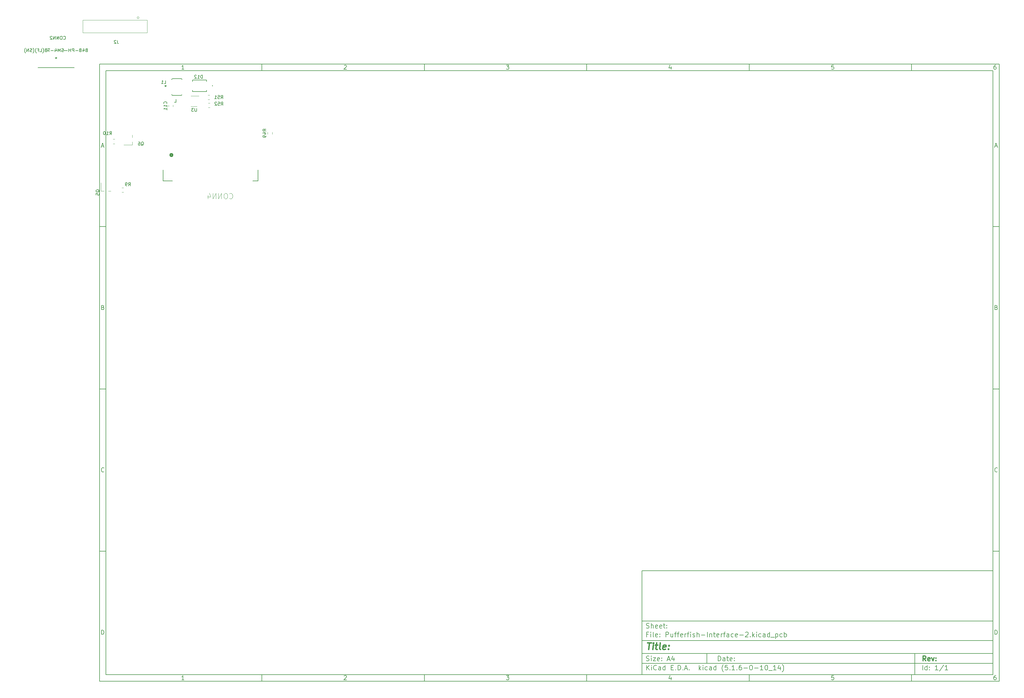
<source format=gbr>
G04 #@! TF.GenerationSoftware,KiCad,Pcbnew,(5.1.6-0-10_14)*
G04 #@! TF.CreationDate,2020-10-01T10:53:29-04:00*
G04 #@! TF.ProjectId,Pufferfish-Interface-2,50756666-6572-4666-9973-682d496e7465,rev?*
G04 #@! TF.SameCoordinates,Original*
G04 #@! TF.FileFunction,Legend,Bot*
G04 #@! TF.FilePolarity,Positive*
%FSLAX46Y46*%
G04 Gerber Fmt 4.6, Leading zero omitted, Abs format (unit mm)*
G04 Created by KiCad (PCBNEW (5.1.6-0-10_14)) date 2020-10-01 10:53:29*
%MOMM*%
%LPD*%
G01*
G04 APERTURE LIST*
%ADD10C,0.100000*%
%ADD11C,0.150000*%
%ADD12C,0.300000*%
%ADD13C,0.400000*%
%ADD14C,0.127000*%
%ADD15C,0.200000*%
%ADD16C,0.120000*%
%ADD17C,0.152400*%
%ADD18C,0.508000*%
%ADD19C,0.015000*%
G04 APERTURE END LIST*
D10*
D11*
X177002200Y-166007200D02*
X177002200Y-198007200D01*
X285002200Y-198007200D01*
X285002200Y-166007200D01*
X177002200Y-166007200D01*
D10*
D11*
X10000000Y-10000000D02*
X10000000Y-200007200D01*
X287002200Y-200007200D01*
X287002200Y-10000000D01*
X10000000Y-10000000D01*
D10*
D11*
X12000000Y-12000000D02*
X12000000Y-198007200D01*
X285002200Y-198007200D01*
X285002200Y-12000000D01*
X12000000Y-12000000D01*
D10*
D11*
X60000000Y-12000000D02*
X60000000Y-10000000D01*
D10*
D11*
X110000000Y-12000000D02*
X110000000Y-10000000D01*
D10*
D11*
X160000000Y-12000000D02*
X160000000Y-10000000D01*
D10*
D11*
X210000000Y-12000000D02*
X210000000Y-10000000D01*
D10*
D11*
X260000000Y-12000000D02*
X260000000Y-10000000D01*
D10*
D11*
X36065476Y-11588095D02*
X35322619Y-11588095D01*
X35694047Y-11588095D02*
X35694047Y-10288095D01*
X35570238Y-10473809D01*
X35446428Y-10597619D01*
X35322619Y-10659523D01*
D10*
D11*
X85322619Y-10411904D02*
X85384523Y-10350000D01*
X85508333Y-10288095D01*
X85817857Y-10288095D01*
X85941666Y-10350000D01*
X86003571Y-10411904D01*
X86065476Y-10535714D01*
X86065476Y-10659523D01*
X86003571Y-10845238D01*
X85260714Y-11588095D01*
X86065476Y-11588095D01*
D10*
D11*
X135260714Y-10288095D02*
X136065476Y-10288095D01*
X135632142Y-10783333D01*
X135817857Y-10783333D01*
X135941666Y-10845238D01*
X136003571Y-10907142D01*
X136065476Y-11030952D01*
X136065476Y-11340476D01*
X136003571Y-11464285D01*
X135941666Y-11526190D01*
X135817857Y-11588095D01*
X135446428Y-11588095D01*
X135322619Y-11526190D01*
X135260714Y-11464285D01*
D10*
D11*
X185941666Y-10721428D02*
X185941666Y-11588095D01*
X185632142Y-10226190D02*
X185322619Y-11154761D01*
X186127380Y-11154761D01*
D10*
D11*
X236003571Y-10288095D02*
X235384523Y-10288095D01*
X235322619Y-10907142D01*
X235384523Y-10845238D01*
X235508333Y-10783333D01*
X235817857Y-10783333D01*
X235941666Y-10845238D01*
X236003571Y-10907142D01*
X236065476Y-11030952D01*
X236065476Y-11340476D01*
X236003571Y-11464285D01*
X235941666Y-11526190D01*
X235817857Y-11588095D01*
X235508333Y-11588095D01*
X235384523Y-11526190D01*
X235322619Y-11464285D01*
D10*
D11*
X285941666Y-10288095D02*
X285694047Y-10288095D01*
X285570238Y-10350000D01*
X285508333Y-10411904D01*
X285384523Y-10597619D01*
X285322619Y-10845238D01*
X285322619Y-11340476D01*
X285384523Y-11464285D01*
X285446428Y-11526190D01*
X285570238Y-11588095D01*
X285817857Y-11588095D01*
X285941666Y-11526190D01*
X286003571Y-11464285D01*
X286065476Y-11340476D01*
X286065476Y-11030952D01*
X286003571Y-10907142D01*
X285941666Y-10845238D01*
X285817857Y-10783333D01*
X285570238Y-10783333D01*
X285446428Y-10845238D01*
X285384523Y-10907142D01*
X285322619Y-11030952D01*
D10*
D11*
X60000000Y-198007200D02*
X60000000Y-200007200D01*
D10*
D11*
X110000000Y-198007200D02*
X110000000Y-200007200D01*
D10*
D11*
X160000000Y-198007200D02*
X160000000Y-200007200D01*
D10*
D11*
X210000000Y-198007200D02*
X210000000Y-200007200D01*
D10*
D11*
X260000000Y-198007200D02*
X260000000Y-200007200D01*
D10*
D11*
X36065476Y-199595295D02*
X35322619Y-199595295D01*
X35694047Y-199595295D02*
X35694047Y-198295295D01*
X35570238Y-198481009D01*
X35446428Y-198604819D01*
X35322619Y-198666723D01*
D10*
D11*
X85322619Y-198419104D02*
X85384523Y-198357200D01*
X85508333Y-198295295D01*
X85817857Y-198295295D01*
X85941666Y-198357200D01*
X86003571Y-198419104D01*
X86065476Y-198542914D01*
X86065476Y-198666723D01*
X86003571Y-198852438D01*
X85260714Y-199595295D01*
X86065476Y-199595295D01*
D10*
D11*
X135260714Y-198295295D02*
X136065476Y-198295295D01*
X135632142Y-198790533D01*
X135817857Y-198790533D01*
X135941666Y-198852438D01*
X136003571Y-198914342D01*
X136065476Y-199038152D01*
X136065476Y-199347676D01*
X136003571Y-199471485D01*
X135941666Y-199533390D01*
X135817857Y-199595295D01*
X135446428Y-199595295D01*
X135322619Y-199533390D01*
X135260714Y-199471485D01*
D10*
D11*
X185941666Y-198728628D02*
X185941666Y-199595295D01*
X185632142Y-198233390D02*
X185322619Y-199161961D01*
X186127380Y-199161961D01*
D10*
D11*
X236003571Y-198295295D02*
X235384523Y-198295295D01*
X235322619Y-198914342D01*
X235384523Y-198852438D01*
X235508333Y-198790533D01*
X235817857Y-198790533D01*
X235941666Y-198852438D01*
X236003571Y-198914342D01*
X236065476Y-199038152D01*
X236065476Y-199347676D01*
X236003571Y-199471485D01*
X235941666Y-199533390D01*
X235817857Y-199595295D01*
X235508333Y-199595295D01*
X235384523Y-199533390D01*
X235322619Y-199471485D01*
D10*
D11*
X285941666Y-198295295D02*
X285694047Y-198295295D01*
X285570238Y-198357200D01*
X285508333Y-198419104D01*
X285384523Y-198604819D01*
X285322619Y-198852438D01*
X285322619Y-199347676D01*
X285384523Y-199471485D01*
X285446428Y-199533390D01*
X285570238Y-199595295D01*
X285817857Y-199595295D01*
X285941666Y-199533390D01*
X286003571Y-199471485D01*
X286065476Y-199347676D01*
X286065476Y-199038152D01*
X286003571Y-198914342D01*
X285941666Y-198852438D01*
X285817857Y-198790533D01*
X285570238Y-198790533D01*
X285446428Y-198852438D01*
X285384523Y-198914342D01*
X285322619Y-199038152D01*
D10*
D11*
X10000000Y-60000000D02*
X12000000Y-60000000D01*
D10*
D11*
X10000000Y-110000000D02*
X12000000Y-110000000D01*
D10*
D11*
X10000000Y-160000000D02*
X12000000Y-160000000D01*
D10*
D11*
X10690476Y-35216666D02*
X11309523Y-35216666D01*
X10566666Y-35588095D02*
X11000000Y-34288095D01*
X11433333Y-35588095D01*
D10*
D11*
X11092857Y-84907142D02*
X11278571Y-84969047D01*
X11340476Y-85030952D01*
X11402380Y-85154761D01*
X11402380Y-85340476D01*
X11340476Y-85464285D01*
X11278571Y-85526190D01*
X11154761Y-85588095D01*
X10659523Y-85588095D01*
X10659523Y-84288095D01*
X11092857Y-84288095D01*
X11216666Y-84350000D01*
X11278571Y-84411904D01*
X11340476Y-84535714D01*
X11340476Y-84659523D01*
X11278571Y-84783333D01*
X11216666Y-84845238D01*
X11092857Y-84907142D01*
X10659523Y-84907142D01*
D10*
D11*
X11402380Y-135464285D02*
X11340476Y-135526190D01*
X11154761Y-135588095D01*
X11030952Y-135588095D01*
X10845238Y-135526190D01*
X10721428Y-135402380D01*
X10659523Y-135278571D01*
X10597619Y-135030952D01*
X10597619Y-134845238D01*
X10659523Y-134597619D01*
X10721428Y-134473809D01*
X10845238Y-134350000D01*
X11030952Y-134288095D01*
X11154761Y-134288095D01*
X11340476Y-134350000D01*
X11402380Y-134411904D01*
D10*
D11*
X10659523Y-185588095D02*
X10659523Y-184288095D01*
X10969047Y-184288095D01*
X11154761Y-184350000D01*
X11278571Y-184473809D01*
X11340476Y-184597619D01*
X11402380Y-184845238D01*
X11402380Y-185030952D01*
X11340476Y-185278571D01*
X11278571Y-185402380D01*
X11154761Y-185526190D01*
X10969047Y-185588095D01*
X10659523Y-185588095D01*
D10*
D11*
X287002200Y-60000000D02*
X285002200Y-60000000D01*
D10*
D11*
X287002200Y-110000000D02*
X285002200Y-110000000D01*
D10*
D11*
X287002200Y-160000000D02*
X285002200Y-160000000D01*
D10*
D11*
X285692676Y-35216666D02*
X286311723Y-35216666D01*
X285568866Y-35588095D02*
X286002200Y-34288095D01*
X286435533Y-35588095D01*
D10*
D11*
X286095057Y-84907142D02*
X286280771Y-84969047D01*
X286342676Y-85030952D01*
X286404580Y-85154761D01*
X286404580Y-85340476D01*
X286342676Y-85464285D01*
X286280771Y-85526190D01*
X286156961Y-85588095D01*
X285661723Y-85588095D01*
X285661723Y-84288095D01*
X286095057Y-84288095D01*
X286218866Y-84350000D01*
X286280771Y-84411904D01*
X286342676Y-84535714D01*
X286342676Y-84659523D01*
X286280771Y-84783333D01*
X286218866Y-84845238D01*
X286095057Y-84907142D01*
X285661723Y-84907142D01*
D10*
D11*
X286404580Y-135464285D02*
X286342676Y-135526190D01*
X286156961Y-135588095D01*
X286033152Y-135588095D01*
X285847438Y-135526190D01*
X285723628Y-135402380D01*
X285661723Y-135278571D01*
X285599819Y-135030952D01*
X285599819Y-134845238D01*
X285661723Y-134597619D01*
X285723628Y-134473809D01*
X285847438Y-134350000D01*
X286033152Y-134288095D01*
X286156961Y-134288095D01*
X286342676Y-134350000D01*
X286404580Y-134411904D01*
D10*
D11*
X285661723Y-185588095D02*
X285661723Y-184288095D01*
X285971247Y-184288095D01*
X286156961Y-184350000D01*
X286280771Y-184473809D01*
X286342676Y-184597619D01*
X286404580Y-184845238D01*
X286404580Y-185030952D01*
X286342676Y-185278571D01*
X286280771Y-185402380D01*
X286156961Y-185526190D01*
X285971247Y-185588095D01*
X285661723Y-185588095D01*
D10*
D11*
X200434342Y-193785771D02*
X200434342Y-192285771D01*
X200791485Y-192285771D01*
X201005771Y-192357200D01*
X201148628Y-192500057D01*
X201220057Y-192642914D01*
X201291485Y-192928628D01*
X201291485Y-193142914D01*
X201220057Y-193428628D01*
X201148628Y-193571485D01*
X201005771Y-193714342D01*
X200791485Y-193785771D01*
X200434342Y-193785771D01*
X202577200Y-193785771D02*
X202577200Y-193000057D01*
X202505771Y-192857200D01*
X202362914Y-192785771D01*
X202077200Y-192785771D01*
X201934342Y-192857200D01*
X202577200Y-193714342D02*
X202434342Y-193785771D01*
X202077200Y-193785771D01*
X201934342Y-193714342D01*
X201862914Y-193571485D01*
X201862914Y-193428628D01*
X201934342Y-193285771D01*
X202077200Y-193214342D01*
X202434342Y-193214342D01*
X202577200Y-193142914D01*
X203077200Y-192785771D02*
X203648628Y-192785771D01*
X203291485Y-192285771D02*
X203291485Y-193571485D01*
X203362914Y-193714342D01*
X203505771Y-193785771D01*
X203648628Y-193785771D01*
X204720057Y-193714342D02*
X204577200Y-193785771D01*
X204291485Y-193785771D01*
X204148628Y-193714342D01*
X204077200Y-193571485D01*
X204077200Y-193000057D01*
X204148628Y-192857200D01*
X204291485Y-192785771D01*
X204577200Y-192785771D01*
X204720057Y-192857200D01*
X204791485Y-193000057D01*
X204791485Y-193142914D01*
X204077200Y-193285771D01*
X205434342Y-193642914D02*
X205505771Y-193714342D01*
X205434342Y-193785771D01*
X205362914Y-193714342D01*
X205434342Y-193642914D01*
X205434342Y-193785771D01*
X205434342Y-192857200D02*
X205505771Y-192928628D01*
X205434342Y-193000057D01*
X205362914Y-192928628D01*
X205434342Y-192857200D01*
X205434342Y-193000057D01*
D10*
D11*
X177002200Y-194507200D02*
X285002200Y-194507200D01*
D10*
D11*
X178434342Y-196585771D02*
X178434342Y-195085771D01*
X179291485Y-196585771D02*
X178648628Y-195728628D01*
X179291485Y-195085771D02*
X178434342Y-195942914D01*
X179934342Y-196585771D02*
X179934342Y-195585771D01*
X179934342Y-195085771D02*
X179862914Y-195157200D01*
X179934342Y-195228628D01*
X180005771Y-195157200D01*
X179934342Y-195085771D01*
X179934342Y-195228628D01*
X181505771Y-196442914D02*
X181434342Y-196514342D01*
X181220057Y-196585771D01*
X181077200Y-196585771D01*
X180862914Y-196514342D01*
X180720057Y-196371485D01*
X180648628Y-196228628D01*
X180577200Y-195942914D01*
X180577200Y-195728628D01*
X180648628Y-195442914D01*
X180720057Y-195300057D01*
X180862914Y-195157200D01*
X181077200Y-195085771D01*
X181220057Y-195085771D01*
X181434342Y-195157200D01*
X181505771Y-195228628D01*
X182791485Y-196585771D02*
X182791485Y-195800057D01*
X182720057Y-195657200D01*
X182577200Y-195585771D01*
X182291485Y-195585771D01*
X182148628Y-195657200D01*
X182791485Y-196514342D02*
X182648628Y-196585771D01*
X182291485Y-196585771D01*
X182148628Y-196514342D01*
X182077200Y-196371485D01*
X182077200Y-196228628D01*
X182148628Y-196085771D01*
X182291485Y-196014342D01*
X182648628Y-196014342D01*
X182791485Y-195942914D01*
X184148628Y-196585771D02*
X184148628Y-195085771D01*
X184148628Y-196514342D02*
X184005771Y-196585771D01*
X183720057Y-196585771D01*
X183577200Y-196514342D01*
X183505771Y-196442914D01*
X183434342Y-196300057D01*
X183434342Y-195871485D01*
X183505771Y-195728628D01*
X183577200Y-195657200D01*
X183720057Y-195585771D01*
X184005771Y-195585771D01*
X184148628Y-195657200D01*
X186005771Y-195800057D02*
X186505771Y-195800057D01*
X186720057Y-196585771D02*
X186005771Y-196585771D01*
X186005771Y-195085771D01*
X186720057Y-195085771D01*
X187362914Y-196442914D02*
X187434342Y-196514342D01*
X187362914Y-196585771D01*
X187291485Y-196514342D01*
X187362914Y-196442914D01*
X187362914Y-196585771D01*
X188077200Y-196585771D02*
X188077200Y-195085771D01*
X188434342Y-195085771D01*
X188648628Y-195157200D01*
X188791485Y-195300057D01*
X188862914Y-195442914D01*
X188934342Y-195728628D01*
X188934342Y-195942914D01*
X188862914Y-196228628D01*
X188791485Y-196371485D01*
X188648628Y-196514342D01*
X188434342Y-196585771D01*
X188077200Y-196585771D01*
X189577200Y-196442914D02*
X189648628Y-196514342D01*
X189577200Y-196585771D01*
X189505771Y-196514342D01*
X189577200Y-196442914D01*
X189577200Y-196585771D01*
X190220057Y-196157200D02*
X190934342Y-196157200D01*
X190077200Y-196585771D02*
X190577200Y-195085771D01*
X191077200Y-196585771D01*
X191577200Y-196442914D02*
X191648628Y-196514342D01*
X191577200Y-196585771D01*
X191505771Y-196514342D01*
X191577200Y-196442914D01*
X191577200Y-196585771D01*
X194577200Y-196585771D02*
X194577200Y-195085771D01*
X194720057Y-196014342D02*
X195148628Y-196585771D01*
X195148628Y-195585771D02*
X194577200Y-196157200D01*
X195791485Y-196585771D02*
X195791485Y-195585771D01*
X195791485Y-195085771D02*
X195720057Y-195157200D01*
X195791485Y-195228628D01*
X195862914Y-195157200D01*
X195791485Y-195085771D01*
X195791485Y-195228628D01*
X197148628Y-196514342D02*
X197005771Y-196585771D01*
X196720057Y-196585771D01*
X196577200Y-196514342D01*
X196505771Y-196442914D01*
X196434342Y-196300057D01*
X196434342Y-195871485D01*
X196505771Y-195728628D01*
X196577200Y-195657200D01*
X196720057Y-195585771D01*
X197005771Y-195585771D01*
X197148628Y-195657200D01*
X198434342Y-196585771D02*
X198434342Y-195800057D01*
X198362914Y-195657200D01*
X198220057Y-195585771D01*
X197934342Y-195585771D01*
X197791485Y-195657200D01*
X198434342Y-196514342D02*
X198291485Y-196585771D01*
X197934342Y-196585771D01*
X197791485Y-196514342D01*
X197720057Y-196371485D01*
X197720057Y-196228628D01*
X197791485Y-196085771D01*
X197934342Y-196014342D01*
X198291485Y-196014342D01*
X198434342Y-195942914D01*
X199791485Y-196585771D02*
X199791485Y-195085771D01*
X199791485Y-196514342D02*
X199648628Y-196585771D01*
X199362914Y-196585771D01*
X199220057Y-196514342D01*
X199148628Y-196442914D01*
X199077200Y-196300057D01*
X199077200Y-195871485D01*
X199148628Y-195728628D01*
X199220057Y-195657200D01*
X199362914Y-195585771D01*
X199648628Y-195585771D01*
X199791485Y-195657200D01*
X202077200Y-197157200D02*
X202005771Y-197085771D01*
X201862914Y-196871485D01*
X201791485Y-196728628D01*
X201720057Y-196514342D01*
X201648628Y-196157200D01*
X201648628Y-195871485D01*
X201720057Y-195514342D01*
X201791485Y-195300057D01*
X201862914Y-195157200D01*
X202005771Y-194942914D01*
X202077200Y-194871485D01*
X203362914Y-195085771D02*
X202648628Y-195085771D01*
X202577200Y-195800057D01*
X202648628Y-195728628D01*
X202791485Y-195657200D01*
X203148628Y-195657200D01*
X203291485Y-195728628D01*
X203362914Y-195800057D01*
X203434342Y-195942914D01*
X203434342Y-196300057D01*
X203362914Y-196442914D01*
X203291485Y-196514342D01*
X203148628Y-196585771D01*
X202791485Y-196585771D01*
X202648628Y-196514342D01*
X202577200Y-196442914D01*
X204077200Y-196442914D02*
X204148628Y-196514342D01*
X204077200Y-196585771D01*
X204005771Y-196514342D01*
X204077200Y-196442914D01*
X204077200Y-196585771D01*
X205577200Y-196585771D02*
X204720057Y-196585771D01*
X205148628Y-196585771D02*
X205148628Y-195085771D01*
X205005771Y-195300057D01*
X204862914Y-195442914D01*
X204720057Y-195514342D01*
X206220057Y-196442914D02*
X206291485Y-196514342D01*
X206220057Y-196585771D01*
X206148628Y-196514342D01*
X206220057Y-196442914D01*
X206220057Y-196585771D01*
X207577200Y-195085771D02*
X207291485Y-195085771D01*
X207148628Y-195157200D01*
X207077200Y-195228628D01*
X206934342Y-195442914D01*
X206862914Y-195728628D01*
X206862914Y-196300057D01*
X206934342Y-196442914D01*
X207005771Y-196514342D01*
X207148628Y-196585771D01*
X207434342Y-196585771D01*
X207577200Y-196514342D01*
X207648628Y-196442914D01*
X207720057Y-196300057D01*
X207720057Y-195942914D01*
X207648628Y-195800057D01*
X207577200Y-195728628D01*
X207434342Y-195657200D01*
X207148628Y-195657200D01*
X207005771Y-195728628D01*
X206934342Y-195800057D01*
X206862914Y-195942914D01*
X208362914Y-196014342D02*
X209505771Y-196014342D01*
X210505771Y-195085771D02*
X210648628Y-195085771D01*
X210791485Y-195157200D01*
X210862914Y-195228628D01*
X210934342Y-195371485D01*
X211005771Y-195657200D01*
X211005771Y-196014342D01*
X210934342Y-196300057D01*
X210862914Y-196442914D01*
X210791485Y-196514342D01*
X210648628Y-196585771D01*
X210505771Y-196585771D01*
X210362914Y-196514342D01*
X210291485Y-196442914D01*
X210220057Y-196300057D01*
X210148628Y-196014342D01*
X210148628Y-195657200D01*
X210220057Y-195371485D01*
X210291485Y-195228628D01*
X210362914Y-195157200D01*
X210505771Y-195085771D01*
X211648628Y-196014342D02*
X212791485Y-196014342D01*
X214291485Y-196585771D02*
X213434342Y-196585771D01*
X213862914Y-196585771D02*
X213862914Y-195085771D01*
X213720057Y-195300057D01*
X213577200Y-195442914D01*
X213434342Y-195514342D01*
X215220057Y-195085771D02*
X215362914Y-195085771D01*
X215505771Y-195157200D01*
X215577200Y-195228628D01*
X215648628Y-195371485D01*
X215720057Y-195657200D01*
X215720057Y-196014342D01*
X215648628Y-196300057D01*
X215577200Y-196442914D01*
X215505771Y-196514342D01*
X215362914Y-196585771D01*
X215220057Y-196585771D01*
X215077200Y-196514342D01*
X215005771Y-196442914D01*
X214934342Y-196300057D01*
X214862914Y-196014342D01*
X214862914Y-195657200D01*
X214934342Y-195371485D01*
X215005771Y-195228628D01*
X215077200Y-195157200D01*
X215220057Y-195085771D01*
X216005771Y-196728628D02*
X217148628Y-196728628D01*
X218291485Y-196585771D02*
X217434342Y-196585771D01*
X217862914Y-196585771D02*
X217862914Y-195085771D01*
X217720057Y-195300057D01*
X217577200Y-195442914D01*
X217434342Y-195514342D01*
X219577200Y-195585771D02*
X219577200Y-196585771D01*
X219220057Y-195014342D02*
X218862914Y-196085771D01*
X219791485Y-196085771D01*
X220220057Y-197157200D02*
X220291485Y-197085771D01*
X220434342Y-196871485D01*
X220505771Y-196728628D01*
X220577200Y-196514342D01*
X220648628Y-196157200D01*
X220648628Y-195871485D01*
X220577200Y-195514342D01*
X220505771Y-195300057D01*
X220434342Y-195157200D01*
X220291485Y-194942914D01*
X220220057Y-194871485D01*
D10*
D11*
X177002200Y-191507200D02*
X285002200Y-191507200D01*
D10*
D12*
X264411485Y-193785771D02*
X263911485Y-193071485D01*
X263554342Y-193785771D02*
X263554342Y-192285771D01*
X264125771Y-192285771D01*
X264268628Y-192357200D01*
X264340057Y-192428628D01*
X264411485Y-192571485D01*
X264411485Y-192785771D01*
X264340057Y-192928628D01*
X264268628Y-193000057D01*
X264125771Y-193071485D01*
X263554342Y-193071485D01*
X265625771Y-193714342D02*
X265482914Y-193785771D01*
X265197200Y-193785771D01*
X265054342Y-193714342D01*
X264982914Y-193571485D01*
X264982914Y-193000057D01*
X265054342Y-192857200D01*
X265197200Y-192785771D01*
X265482914Y-192785771D01*
X265625771Y-192857200D01*
X265697200Y-193000057D01*
X265697200Y-193142914D01*
X264982914Y-193285771D01*
X266197200Y-192785771D02*
X266554342Y-193785771D01*
X266911485Y-192785771D01*
X267482914Y-193642914D02*
X267554342Y-193714342D01*
X267482914Y-193785771D01*
X267411485Y-193714342D01*
X267482914Y-193642914D01*
X267482914Y-193785771D01*
X267482914Y-192857200D02*
X267554342Y-192928628D01*
X267482914Y-193000057D01*
X267411485Y-192928628D01*
X267482914Y-192857200D01*
X267482914Y-193000057D01*
D10*
D11*
X178362914Y-193714342D02*
X178577200Y-193785771D01*
X178934342Y-193785771D01*
X179077200Y-193714342D01*
X179148628Y-193642914D01*
X179220057Y-193500057D01*
X179220057Y-193357200D01*
X179148628Y-193214342D01*
X179077200Y-193142914D01*
X178934342Y-193071485D01*
X178648628Y-193000057D01*
X178505771Y-192928628D01*
X178434342Y-192857200D01*
X178362914Y-192714342D01*
X178362914Y-192571485D01*
X178434342Y-192428628D01*
X178505771Y-192357200D01*
X178648628Y-192285771D01*
X179005771Y-192285771D01*
X179220057Y-192357200D01*
X179862914Y-193785771D02*
X179862914Y-192785771D01*
X179862914Y-192285771D02*
X179791485Y-192357200D01*
X179862914Y-192428628D01*
X179934342Y-192357200D01*
X179862914Y-192285771D01*
X179862914Y-192428628D01*
X180434342Y-192785771D02*
X181220057Y-192785771D01*
X180434342Y-193785771D01*
X181220057Y-193785771D01*
X182362914Y-193714342D02*
X182220057Y-193785771D01*
X181934342Y-193785771D01*
X181791485Y-193714342D01*
X181720057Y-193571485D01*
X181720057Y-193000057D01*
X181791485Y-192857200D01*
X181934342Y-192785771D01*
X182220057Y-192785771D01*
X182362914Y-192857200D01*
X182434342Y-193000057D01*
X182434342Y-193142914D01*
X181720057Y-193285771D01*
X183077200Y-193642914D02*
X183148628Y-193714342D01*
X183077200Y-193785771D01*
X183005771Y-193714342D01*
X183077200Y-193642914D01*
X183077200Y-193785771D01*
X183077200Y-192857200D02*
X183148628Y-192928628D01*
X183077200Y-193000057D01*
X183005771Y-192928628D01*
X183077200Y-192857200D01*
X183077200Y-193000057D01*
X184862914Y-193357200D02*
X185577200Y-193357200D01*
X184720057Y-193785771D02*
X185220057Y-192285771D01*
X185720057Y-193785771D01*
X186862914Y-192785771D02*
X186862914Y-193785771D01*
X186505771Y-192214342D02*
X186148628Y-193285771D01*
X187077200Y-193285771D01*
D10*
D11*
X263434342Y-196585771D02*
X263434342Y-195085771D01*
X264791485Y-196585771D02*
X264791485Y-195085771D01*
X264791485Y-196514342D02*
X264648628Y-196585771D01*
X264362914Y-196585771D01*
X264220057Y-196514342D01*
X264148628Y-196442914D01*
X264077200Y-196300057D01*
X264077200Y-195871485D01*
X264148628Y-195728628D01*
X264220057Y-195657200D01*
X264362914Y-195585771D01*
X264648628Y-195585771D01*
X264791485Y-195657200D01*
X265505771Y-196442914D02*
X265577200Y-196514342D01*
X265505771Y-196585771D01*
X265434342Y-196514342D01*
X265505771Y-196442914D01*
X265505771Y-196585771D01*
X265505771Y-195657200D02*
X265577200Y-195728628D01*
X265505771Y-195800057D01*
X265434342Y-195728628D01*
X265505771Y-195657200D01*
X265505771Y-195800057D01*
X268148628Y-196585771D02*
X267291485Y-196585771D01*
X267720057Y-196585771D02*
X267720057Y-195085771D01*
X267577200Y-195300057D01*
X267434342Y-195442914D01*
X267291485Y-195514342D01*
X269862914Y-195014342D02*
X268577200Y-196942914D01*
X271148628Y-196585771D02*
X270291485Y-196585771D01*
X270720057Y-196585771D02*
X270720057Y-195085771D01*
X270577200Y-195300057D01*
X270434342Y-195442914D01*
X270291485Y-195514342D01*
D10*
D11*
X177002200Y-187507200D02*
X285002200Y-187507200D01*
D10*
D13*
X178714580Y-188211961D02*
X179857438Y-188211961D01*
X179036009Y-190211961D02*
X179286009Y-188211961D01*
X180274104Y-190211961D02*
X180440771Y-188878628D01*
X180524104Y-188211961D02*
X180416961Y-188307200D01*
X180500295Y-188402438D01*
X180607438Y-188307200D01*
X180524104Y-188211961D01*
X180500295Y-188402438D01*
X181107438Y-188878628D02*
X181869342Y-188878628D01*
X181476485Y-188211961D02*
X181262200Y-189926247D01*
X181333628Y-190116723D01*
X181512200Y-190211961D01*
X181702676Y-190211961D01*
X182655057Y-190211961D02*
X182476485Y-190116723D01*
X182405057Y-189926247D01*
X182619342Y-188211961D01*
X184190771Y-190116723D02*
X183988390Y-190211961D01*
X183607438Y-190211961D01*
X183428866Y-190116723D01*
X183357438Y-189926247D01*
X183452676Y-189164342D01*
X183571723Y-188973866D01*
X183774104Y-188878628D01*
X184155057Y-188878628D01*
X184333628Y-188973866D01*
X184405057Y-189164342D01*
X184381247Y-189354819D01*
X183405057Y-189545295D01*
X185155057Y-190021485D02*
X185238390Y-190116723D01*
X185131247Y-190211961D01*
X185047914Y-190116723D01*
X185155057Y-190021485D01*
X185131247Y-190211961D01*
X185286009Y-188973866D02*
X185369342Y-189069104D01*
X185262200Y-189164342D01*
X185178866Y-189069104D01*
X185286009Y-188973866D01*
X185262200Y-189164342D01*
D10*
D11*
X178934342Y-185600057D02*
X178434342Y-185600057D01*
X178434342Y-186385771D02*
X178434342Y-184885771D01*
X179148628Y-184885771D01*
X179720057Y-186385771D02*
X179720057Y-185385771D01*
X179720057Y-184885771D02*
X179648628Y-184957200D01*
X179720057Y-185028628D01*
X179791485Y-184957200D01*
X179720057Y-184885771D01*
X179720057Y-185028628D01*
X180648628Y-186385771D02*
X180505771Y-186314342D01*
X180434342Y-186171485D01*
X180434342Y-184885771D01*
X181791485Y-186314342D02*
X181648628Y-186385771D01*
X181362914Y-186385771D01*
X181220057Y-186314342D01*
X181148628Y-186171485D01*
X181148628Y-185600057D01*
X181220057Y-185457200D01*
X181362914Y-185385771D01*
X181648628Y-185385771D01*
X181791485Y-185457200D01*
X181862914Y-185600057D01*
X181862914Y-185742914D01*
X181148628Y-185885771D01*
X182505771Y-186242914D02*
X182577200Y-186314342D01*
X182505771Y-186385771D01*
X182434342Y-186314342D01*
X182505771Y-186242914D01*
X182505771Y-186385771D01*
X182505771Y-185457200D02*
X182577200Y-185528628D01*
X182505771Y-185600057D01*
X182434342Y-185528628D01*
X182505771Y-185457200D01*
X182505771Y-185600057D01*
X184362914Y-186385771D02*
X184362914Y-184885771D01*
X184934342Y-184885771D01*
X185077200Y-184957200D01*
X185148628Y-185028628D01*
X185220057Y-185171485D01*
X185220057Y-185385771D01*
X185148628Y-185528628D01*
X185077200Y-185600057D01*
X184934342Y-185671485D01*
X184362914Y-185671485D01*
X186505771Y-185385771D02*
X186505771Y-186385771D01*
X185862914Y-185385771D02*
X185862914Y-186171485D01*
X185934342Y-186314342D01*
X186077200Y-186385771D01*
X186291485Y-186385771D01*
X186434342Y-186314342D01*
X186505771Y-186242914D01*
X187005771Y-185385771D02*
X187577200Y-185385771D01*
X187220057Y-186385771D02*
X187220057Y-185100057D01*
X187291485Y-184957200D01*
X187434342Y-184885771D01*
X187577200Y-184885771D01*
X187862914Y-185385771D02*
X188434342Y-185385771D01*
X188077200Y-186385771D02*
X188077200Y-185100057D01*
X188148628Y-184957200D01*
X188291485Y-184885771D01*
X188434342Y-184885771D01*
X189505771Y-186314342D02*
X189362914Y-186385771D01*
X189077200Y-186385771D01*
X188934342Y-186314342D01*
X188862914Y-186171485D01*
X188862914Y-185600057D01*
X188934342Y-185457200D01*
X189077200Y-185385771D01*
X189362914Y-185385771D01*
X189505771Y-185457200D01*
X189577200Y-185600057D01*
X189577200Y-185742914D01*
X188862914Y-185885771D01*
X190220057Y-186385771D02*
X190220057Y-185385771D01*
X190220057Y-185671485D02*
X190291485Y-185528628D01*
X190362914Y-185457200D01*
X190505771Y-185385771D01*
X190648628Y-185385771D01*
X190934342Y-185385771D02*
X191505771Y-185385771D01*
X191148628Y-186385771D02*
X191148628Y-185100057D01*
X191220057Y-184957200D01*
X191362914Y-184885771D01*
X191505771Y-184885771D01*
X192005771Y-186385771D02*
X192005771Y-185385771D01*
X192005771Y-184885771D02*
X191934342Y-184957200D01*
X192005771Y-185028628D01*
X192077200Y-184957200D01*
X192005771Y-184885771D01*
X192005771Y-185028628D01*
X192648628Y-186314342D02*
X192791485Y-186385771D01*
X193077200Y-186385771D01*
X193220057Y-186314342D01*
X193291485Y-186171485D01*
X193291485Y-186100057D01*
X193220057Y-185957200D01*
X193077200Y-185885771D01*
X192862914Y-185885771D01*
X192720057Y-185814342D01*
X192648628Y-185671485D01*
X192648628Y-185600057D01*
X192720057Y-185457200D01*
X192862914Y-185385771D01*
X193077200Y-185385771D01*
X193220057Y-185457200D01*
X193934342Y-186385771D02*
X193934342Y-184885771D01*
X194577200Y-186385771D02*
X194577200Y-185600057D01*
X194505771Y-185457200D01*
X194362914Y-185385771D01*
X194148628Y-185385771D01*
X194005771Y-185457200D01*
X193934342Y-185528628D01*
X195291485Y-185814342D02*
X196434342Y-185814342D01*
X197148628Y-186385771D02*
X197148628Y-184885771D01*
X197862914Y-185385771D02*
X197862914Y-186385771D01*
X197862914Y-185528628D02*
X197934342Y-185457200D01*
X198077200Y-185385771D01*
X198291485Y-185385771D01*
X198434342Y-185457200D01*
X198505771Y-185600057D01*
X198505771Y-186385771D01*
X199005771Y-185385771D02*
X199577200Y-185385771D01*
X199220057Y-184885771D02*
X199220057Y-186171485D01*
X199291485Y-186314342D01*
X199434342Y-186385771D01*
X199577200Y-186385771D01*
X200648628Y-186314342D02*
X200505771Y-186385771D01*
X200220057Y-186385771D01*
X200077200Y-186314342D01*
X200005771Y-186171485D01*
X200005771Y-185600057D01*
X200077200Y-185457200D01*
X200220057Y-185385771D01*
X200505771Y-185385771D01*
X200648628Y-185457200D01*
X200720057Y-185600057D01*
X200720057Y-185742914D01*
X200005771Y-185885771D01*
X201362914Y-186385771D02*
X201362914Y-185385771D01*
X201362914Y-185671485D02*
X201434342Y-185528628D01*
X201505771Y-185457200D01*
X201648628Y-185385771D01*
X201791485Y-185385771D01*
X202077200Y-185385771D02*
X202648628Y-185385771D01*
X202291485Y-186385771D02*
X202291485Y-185100057D01*
X202362914Y-184957200D01*
X202505771Y-184885771D01*
X202648628Y-184885771D01*
X203791485Y-186385771D02*
X203791485Y-185600057D01*
X203720057Y-185457200D01*
X203577200Y-185385771D01*
X203291485Y-185385771D01*
X203148628Y-185457200D01*
X203791485Y-186314342D02*
X203648628Y-186385771D01*
X203291485Y-186385771D01*
X203148628Y-186314342D01*
X203077200Y-186171485D01*
X203077200Y-186028628D01*
X203148628Y-185885771D01*
X203291485Y-185814342D01*
X203648628Y-185814342D01*
X203791485Y-185742914D01*
X205148628Y-186314342D02*
X205005771Y-186385771D01*
X204720057Y-186385771D01*
X204577200Y-186314342D01*
X204505771Y-186242914D01*
X204434342Y-186100057D01*
X204434342Y-185671485D01*
X204505771Y-185528628D01*
X204577200Y-185457200D01*
X204720057Y-185385771D01*
X205005771Y-185385771D01*
X205148628Y-185457200D01*
X206362914Y-186314342D02*
X206220057Y-186385771D01*
X205934342Y-186385771D01*
X205791485Y-186314342D01*
X205720057Y-186171485D01*
X205720057Y-185600057D01*
X205791485Y-185457200D01*
X205934342Y-185385771D01*
X206220057Y-185385771D01*
X206362914Y-185457200D01*
X206434342Y-185600057D01*
X206434342Y-185742914D01*
X205720057Y-185885771D01*
X207077200Y-185814342D02*
X208220057Y-185814342D01*
X208862914Y-185028628D02*
X208934342Y-184957200D01*
X209077200Y-184885771D01*
X209434342Y-184885771D01*
X209577200Y-184957200D01*
X209648628Y-185028628D01*
X209720057Y-185171485D01*
X209720057Y-185314342D01*
X209648628Y-185528628D01*
X208791485Y-186385771D01*
X209720057Y-186385771D01*
X210362914Y-186242914D02*
X210434342Y-186314342D01*
X210362914Y-186385771D01*
X210291485Y-186314342D01*
X210362914Y-186242914D01*
X210362914Y-186385771D01*
X211077200Y-186385771D02*
X211077200Y-184885771D01*
X211220057Y-185814342D02*
X211648628Y-186385771D01*
X211648628Y-185385771D02*
X211077200Y-185957200D01*
X212291485Y-186385771D02*
X212291485Y-185385771D01*
X212291485Y-184885771D02*
X212220057Y-184957200D01*
X212291485Y-185028628D01*
X212362914Y-184957200D01*
X212291485Y-184885771D01*
X212291485Y-185028628D01*
X213648628Y-186314342D02*
X213505771Y-186385771D01*
X213220057Y-186385771D01*
X213077200Y-186314342D01*
X213005771Y-186242914D01*
X212934342Y-186100057D01*
X212934342Y-185671485D01*
X213005771Y-185528628D01*
X213077200Y-185457200D01*
X213220057Y-185385771D01*
X213505771Y-185385771D01*
X213648628Y-185457200D01*
X214934342Y-186385771D02*
X214934342Y-185600057D01*
X214862914Y-185457200D01*
X214720057Y-185385771D01*
X214434342Y-185385771D01*
X214291485Y-185457200D01*
X214934342Y-186314342D02*
X214791485Y-186385771D01*
X214434342Y-186385771D01*
X214291485Y-186314342D01*
X214220057Y-186171485D01*
X214220057Y-186028628D01*
X214291485Y-185885771D01*
X214434342Y-185814342D01*
X214791485Y-185814342D01*
X214934342Y-185742914D01*
X216291485Y-186385771D02*
X216291485Y-184885771D01*
X216291485Y-186314342D02*
X216148628Y-186385771D01*
X215862914Y-186385771D01*
X215720057Y-186314342D01*
X215648628Y-186242914D01*
X215577200Y-186100057D01*
X215577200Y-185671485D01*
X215648628Y-185528628D01*
X215720057Y-185457200D01*
X215862914Y-185385771D01*
X216148628Y-185385771D01*
X216291485Y-185457200D01*
X216648628Y-186528628D02*
X217791485Y-186528628D01*
X218148628Y-185385771D02*
X218148628Y-186885771D01*
X218148628Y-185457200D02*
X218291485Y-185385771D01*
X218577200Y-185385771D01*
X218720057Y-185457200D01*
X218791485Y-185528628D01*
X218862914Y-185671485D01*
X218862914Y-186100057D01*
X218791485Y-186242914D01*
X218720057Y-186314342D01*
X218577200Y-186385771D01*
X218291485Y-186385771D01*
X218148628Y-186314342D01*
X220148628Y-186314342D02*
X220005771Y-186385771D01*
X219720057Y-186385771D01*
X219577200Y-186314342D01*
X219505771Y-186242914D01*
X219434342Y-186100057D01*
X219434342Y-185671485D01*
X219505771Y-185528628D01*
X219577200Y-185457200D01*
X219720057Y-185385771D01*
X220005771Y-185385771D01*
X220148628Y-185457200D01*
X220791485Y-186385771D02*
X220791485Y-184885771D01*
X220791485Y-185457200D02*
X220934342Y-185385771D01*
X221220057Y-185385771D01*
X221362914Y-185457200D01*
X221434342Y-185528628D01*
X221505771Y-185671485D01*
X221505771Y-186100057D01*
X221434342Y-186242914D01*
X221362914Y-186314342D01*
X221220057Y-186385771D01*
X220934342Y-186385771D01*
X220791485Y-186314342D01*
D10*
D11*
X177002200Y-181507200D02*
X285002200Y-181507200D01*
D10*
D11*
X178362914Y-183614342D02*
X178577200Y-183685771D01*
X178934342Y-183685771D01*
X179077200Y-183614342D01*
X179148628Y-183542914D01*
X179220057Y-183400057D01*
X179220057Y-183257200D01*
X179148628Y-183114342D01*
X179077200Y-183042914D01*
X178934342Y-182971485D01*
X178648628Y-182900057D01*
X178505771Y-182828628D01*
X178434342Y-182757200D01*
X178362914Y-182614342D01*
X178362914Y-182471485D01*
X178434342Y-182328628D01*
X178505771Y-182257200D01*
X178648628Y-182185771D01*
X179005771Y-182185771D01*
X179220057Y-182257200D01*
X179862914Y-183685771D02*
X179862914Y-182185771D01*
X180505771Y-183685771D02*
X180505771Y-182900057D01*
X180434342Y-182757200D01*
X180291485Y-182685771D01*
X180077200Y-182685771D01*
X179934342Y-182757200D01*
X179862914Y-182828628D01*
X181791485Y-183614342D02*
X181648628Y-183685771D01*
X181362914Y-183685771D01*
X181220057Y-183614342D01*
X181148628Y-183471485D01*
X181148628Y-182900057D01*
X181220057Y-182757200D01*
X181362914Y-182685771D01*
X181648628Y-182685771D01*
X181791485Y-182757200D01*
X181862914Y-182900057D01*
X181862914Y-183042914D01*
X181148628Y-183185771D01*
X183077200Y-183614342D02*
X182934342Y-183685771D01*
X182648628Y-183685771D01*
X182505771Y-183614342D01*
X182434342Y-183471485D01*
X182434342Y-182900057D01*
X182505771Y-182757200D01*
X182648628Y-182685771D01*
X182934342Y-182685771D01*
X183077200Y-182757200D01*
X183148628Y-182900057D01*
X183148628Y-183042914D01*
X182434342Y-183185771D01*
X183577200Y-182685771D02*
X184148628Y-182685771D01*
X183791485Y-182185771D02*
X183791485Y-183471485D01*
X183862914Y-183614342D01*
X184005771Y-183685771D01*
X184148628Y-183685771D01*
X184648628Y-183542914D02*
X184720057Y-183614342D01*
X184648628Y-183685771D01*
X184577200Y-183614342D01*
X184648628Y-183542914D01*
X184648628Y-183685771D01*
X184648628Y-182757200D02*
X184720057Y-182828628D01*
X184648628Y-182900057D01*
X184577200Y-182828628D01*
X184648628Y-182757200D01*
X184648628Y-182900057D01*
D10*
D11*
X197002200Y-191507200D02*
X197002200Y-194507200D01*
D10*
D11*
X261002200Y-191507200D02*
X261002200Y-198007200D01*
D14*
X42968240Y-15260460D02*
X42968240Y-14854460D01*
X42968240Y-14854460D02*
X38648240Y-14854460D01*
X38648240Y-14854460D02*
X38648240Y-15260460D01*
X42968240Y-18008460D02*
X42968240Y-18414460D01*
X42968240Y-18414460D02*
X38648240Y-18414460D01*
X38648240Y-18414460D02*
X38648240Y-18008460D01*
D15*
X44908240Y-16634460D02*
G75*
G03*
X44908240Y-16634460I-100000J0D01*
G01*
D16*
X39988060Y-22981560D02*
X38188060Y-22981560D01*
X38188060Y-19761560D02*
X40638060Y-19761560D01*
X43459662Y-23369340D02*
X43976818Y-23369340D01*
X43459662Y-21949340D02*
X43976818Y-21949340D01*
X43943798Y-19503320D02*
X43426642Y-19503320D01*
X43943798Y-20923320D02*
X43426642Y-20923320D01*
D17*
X35169250Y-19583400D02*
X32464150Y-19583400D01*
X35420710Y-19331940D02*
X35169250Y-19583400D01*
X35169250Y-14427200D02*
X35420710Y-14678660D01*
X32464150Y-14427200D02*
X35169250Y-14427200D01*
X32212690Y-14678660D02*
X32464150Y-14427200D01*
X32464150Y-19583400D02*
X32212690Y-19331940D01*
D16*
X31266060Y-22566102D02*
X31266060Y-23083258D01*
X32686060Y-22566102D02*
X32686060Y-23083258D01*
D17*
X-3657920Y-5793740D02*
X-3017200Y-5793740D01*
X-6157920Y-5793740D02*
X-5517200Y-5793740D01*
X-1157920Y-5793740D02*
X-517200Y-5793740D01*
X2276246Y-11051540D02*
X-8951366Y-11051540D01*
D16*
X22195000Y4315360D02*
G75*
G03*
X22195000Y4315360I-300000J0D01*
G01*
X24695000Y3590360D02*
X4895000Y3590360D01*
X4895000Y3515360D02*
X4895000Y-284640D01*
X24695000Y-284640D02*
X4895000Y-284640D01*
X24695000Y-284640D02*
X24695000Y3515360D01*
D17*
X58816240Y-42572940D02*
X58816240Y-45951140D01*
X58816240Y-45951140D02*
X57216040Y-45951140D01*
X29606240Y-45951140D02*
X29606240Y-42572940D01*
X32476440Y-45951140D02*
X29606240Y-45951140D01*
D18*
X31765240Y-37975540D02*
G75*
G03*
X32527240Y-37975540I381000J0D01*
G01*
X32527240Y-37975540D02*
G75*
G03*
X31765240Y-37975540I-381000J0D01*
G01*
D16*
X63210000Y-30991422D02*
X63210000Y-31508578D01*
X61790000Y-30991422D02*
X61790000Y-31508578D01*
X20126060Y-34858760D02*
X20126060Y-33908760D01*
X17526060Y-34858760D02*
X20126060Y-34858760D01*
X20126060Y-32608760D02*
X20126060Y-31808760D01*
X10470120Y-49105100D02*
X11420120Y-49105100D01*
X10470120Y-46505100D02*
X10470120Y-49105100D01*
X12720120Y-49105100D02*
X13520120Y-49105100D01*
X14696178Y-34474220D02*
X14179022Y-34474220D01*
X14696178Y-33054220D02*
X14179022Y-33054220D01*
X16866102Y-48024980D02*
X17383258Y-48024980D01*
X16866102Y-49444980D02*
X17383258Y-49444980D01*
D11*
X41722205Y-14376660D02*
X41722205Y-13376660D01*
X41484110Y-13376660D01*
X41341253Y-13424280D01*
X41246015Y-13519518D01*
X41198396Y-13614756D01*
X41150777Y-13805232D01*
X41150777Y-13948089D01*
X41198396Y-14138565D01*
X41246015Y-14233803D01*
X41341253Y-14329041D01*
X41484110Y-14376660D01*
X41722205Y-14376660D01*
X40198396Y-14376660D02*
X40769824Y-14376660D01*
X40484110Y-14376660D02*
X40484110Y-13376660D01*
X40579348Y-13519518D01*
X40674586Y-13614756D01*
X40769824Y-13662375D01*
X39817443Y-13471899D02*
X39769824Y-13424280D01*
X39674586Y-13376660D01*
X39436491Y-13376660D01*
X39341253Y-13424280D01*
X39293634Y-13471899D01*
X39246015Y-13567137D01*
X39246015Y-13662375D01*
X39293634Y-13805232D01*
X39865062Y-14376660D01*
X39246015Y-14376660D01*
X39936324Y-23556980D02*
X39936324Y-24366504D01*
X39888705Y-24461742D01*
X39841086Y-24509361D01*
X39745848Y-24556980D01*
X39555372Y-24556980D01*
X39460134Y-24509361D01*
X39412515Y-24461742D01*
X39364896Y-24366504D01*
X39364896Y-23556980D01*
X38983943Y-23556980D02*
X38364896Y-23556980D01*
X38698229Y-23937933D01*
X38555372Y-23937933D01*
X38460134Y-23985552D01*
X38412515Y-24033171D01*
X38364896Y-24128409D01*
X38364896Y-24366504D01*
X38412515Y-24461742D01*
X38460134Y-24509361D01*
X38555372Y-24556980D01*
X38841086Y-24556980D01*
X38936324Y-24509361D01*
X38983943Y-24461742D01*
X47411877Y-22679920D02*
X47745210Y-22203730D01*
X47983305Y-22679920D02*
X47983305Y-21679920D01*
X47602353Y-21679920D01*
X47507115Y-21727540D01*
X47459496Y-21775159D01*
X47411877Y-21870397D01*
X47411877Y-22013254D01*
X47459496Y-22108492D01*
X47507115Y-22156111D01*
X47602353Y-22203730D01*
X47983305Y-22203730D01*
X46507115Y-21679920D02*
X46983305Y-21679920D01*
X47030924Y-22156111D01*
X46983305Y-22108492D01*
X46888067Y-22060873D01*
X46649972Y-22060873D01*
X46554734Y-22108492D01*
X46507115Y-22156111D01*
X46459496Y-22251349D01*
X46459496Y-22489444D01*
X46507115Y-22584682D01*
X46554734Y-22632301D01*
X46649972Y-22679920D01*
X46888067Y-22679920D01*
X46983305Y-22632301D01*
X47030924Y-22584682D01*
X46078543Y-21775159D02*
X46030924Y-21727540D01*
X45935686Y-21679920D01*
X45697591Y-21679920D01*
X45602353Y-21727540D01*
X45554734Y-21775159D01*
X45507115Y-21870397D01*
X45507115Y-21965635D01*
X45554734Y-22108492D01*
X46126162Y-22679920D01*
X45507115Y-22679920D01*
X47368697Y-20635220D02*
X47702030Y-20159030D01*
X47940125Y-20635220D02*
X47940125Y-19635220D01*
X47559173Y-19635220D01*
X47463935Y-19682840D01*
X47416316Y-19730459D01*
X47368697Y-19825697D01*
X47368697Y-19968554D01*
X47416316Y-20063792D01*
X47463935Y-20111411D01*
X47559173Y-20159030D01*
X47940125Y-20159030D01*
X46463935Y-19635220D02*
X46940125Y-19635220D01*
X46987744Y-20111411D01*
X46940125Y-20063792D01*
X46844887Y-20016173D01*
X46606792Y-20016173D01*
X46511554Y-20063792D01*
X46463935Y-20111411D01*
X46416316Y-20206649D01*
X46416316Y-20444744D01*
X46463935Y-20539982D01*
X46511554Y-20587601D01*
X46606792Y-20635220D01*
X46844887Y-20635220D01*
X46940125Y-20587601D01*
X46987744Y-20539982D01*
X45463935Y-20635220D02*
X46035363Y-20635220D01*
X45749649Y-20635220D02*
X45749649Y-19635220D01*
X45844887Y-19778078D01*
X45940125Y-19873316D01*
X46035363Y-19920935D01*
X29910066Y-16002260D02*
X30386257Y-16002260D01*
X30386257Y-15002260D01*
X29052923Y-16002260D02*
X29624352Y-16002260D01*
X29338638Y-16002260D02*
X29338638Y-15002260D01*
X29433876Y-15145118D01*
X29529114Y-15240356D01*
X29624352Y-15287975D01*
X33107176Y-21757680D02*
X33583366Y-21757680D01*
X33583366Y-20757680D01*
X30349600Y-16457680D02*
X30349600Y-16695776D01*
X30587695Y-16600538D02*
X30349600Y-16695776D01*
X30111504Y-16600538D01*
X30492457Y-16886252D02*
X30349600Y-16695776D01*
X30206742Y-16886252D01*
X30349600Y-16457680D02*
X30349600Y-16695776D01*
X30587695Y-16600538D02*
X30349600Y-16695776D01*
X30111504Y-16600538D01*
X30492457Y-16886252D02*
X30349600Y-16695776D01*
X30206742Y-16886252D01*
X30683202Y-22181822D02*
X30730821Y-22134203D01*
X30778440Y-21991346D01*
X30778440Y-21896108D01*
X30730821Y-21753251D01*
X30635583Y-21658013D01*
X30540345Y-21610394D01*
X30349869Y-21562775D01*
X30207012Y-21562775D01*
X30016536Y-21610394D01*
X29921298Y-21658013D01*
X29826060Y-21753251D01*
X29778440Y-21896108D01*
X29778440Y-21991346D01*
X29826060Y-22134203D01*
X29873679Y-22181822D01*
X30778440Y-23134203D02*
X30778440Y-22562775D01*
X30778440Y-22848489D02*
X29778440Y-22848489D01*
X29921298Y-22753251D01*
X30016536Y-22658013D01*
X30064155Y-22562775D01*
X30778440Y-24086584D02*
X30778440Y-23515156D01*
X30778440Y-23800870D02*
X29778440Y-23800870D01*
X29921298Y-23705632D01*
X30016536Y-23610394D01*
X30064155Y-23515156D01*
X-1064484Y-2287034D02*
X-1016865Y-2334653D01*
X-874008Y-2382272D01*
X-778770Y-2382272D01*
X-635913Y-2334653D01*
X-540675Y-2239415D01*
X-493056Y-2144177D01*
X-445437Y-1953701D01*
X-445437Y-1810844D01*
X-493056Y-1620368D01*
X-540675Y-1525130D01*
X-635913Y-1429892D01*
X-778770Y-1382272D01*
X-874008Y-1382272D01*
X-1016865Y-1429892D01*
X-1064484Y-1477511D01*
X-1683532Y-1382272D02*
X-1874008Y-1382272D01*
X-1969246Y-1429892D01*
X-2064484Y-1525130D01*
X-2112103Y-1715606D01*
X-2112103Y-2048939D01*
X-2064484Y-2239415D01*
X-1969246Y-2334653D01*
X-1874008Y-2382272D01*
X-1683532Y-2382272D01*
X-1588294Y-2334653D01*
X-1493056Y-2239415D01*
X-1445437Y-2048939D01*
X-1445437Y-1715606D01*
X-1493056Y-1525130D01*
X-1588294Y-1429892D01*
X-1683532Y-1382272D01*
X-2540675Y-2382272D02*
X-2540675Y-1382272D01*
X-3112103Y-2382272D01*
X-3112103Y-1382272D01*
X-3588294Y-2382272D02*
X-3588294Y-1382272D01*
X-4159722Y-2382272D01*
X-4159722Y-1382272D01*
X-4588294Y-1477511D02*
X-4635913Y-1429892D01*
X-4731151Y-1382272D01*
X-4969246Y-1382272D01*
X-5064484Y-1429892D01*
X-5112103Y-1477511D01*
X-5159722Y-1572749D01*
X-5159722Y-1667987D01*
X-5112103Y-1810844D01*
X-4540675Y-2382272D01*
X-5159722Y-2382272D01*
X6019582Y-5653223D02*
X5876725Y-5700842D01*
X5829106Y-5748461D01*
X5781487Y-5843699D01*
X5781487Y-5986556D01*
X5829106Y-6081794D01*
X5876725Y-6129413D01*
X5971963Y-6177032D01*
X6352916Y-6177032D01*
X6352916Y-5177032D01*
X6019582Y-5177032D01*
X5924344Y-5224652D01*
X5876725Y-5272271D01*
X5829106Y-5367509D01*
X5829106Y-5462747D01*
X5876725Y-5557985D01*
X5924344Y-5605604D01*
X6019582Y-5653223D01*
X6352916Y-5653223D01*
X4924344Y-5510366D02*
X4924344Y-6177032D01*
X5162440Y-5129413D02*
X5400535Y-5843699D01*
X4781487Y-5843699D01*
X4067201Y-5653223D02*
X3924344Y-5700842D01*
X3876725Y-5748461D01*
X3829106Y-5843699D01*
X3829106Y-5986556D01*
X3876725Y-6081794D01*
X3924344Y-6129413D01*
X4019582Y-6177032D01*
X4400535Y-6177032D01*
X4400535Y-5177032D01*
X4067201Y-5177032D01*
X3971963Y-5224652D01*
X3924344Y-5272271D01*
X3876725Y-5367509D01*
X3876725Y-5462747D01*
X3924344Y-5557985D01*
X3971963Y-5605604D01*
X4067201Y-5653223D01*
X4400535Y-5653223D01*
X3400535Y-5796080D02*
X2638630Y-5796080D01*
X2162440Y-6177032D02*
X2162440Y-5177032D01*
X1781487Y-5177032D01*
X1686249Y-5224652D01*
X1638630Y-5272271D01*
X1591011Y-5367509D01*
X1591011Y-5510366D01*
X1638630Y-5605604D01*
X1686249Y-5653223D01*
X1781487Y-5700842D01*
X2162440Y-5700842D01*
X1162440Y-6177032D02*
X1162440Y-5177032D01*
X1162440Y-5653223D02*
X591011Y-5653223D01*
X591011Y-6177032D02*
X591011Y-5177032D01*
X114820Y-5796080D02*
X-647083Y-5796080D01*
X-1075655Y-6129413D02*
X-1218512Y-6177032D01*
X-1456607Y-6177032D01*
X-1551845Y-6129413D01*
X-1599464Y-6081794D01*
X-1647083Y-5986556D01*
X-1647083Y-5891318D01*
X-1599464Y-5796080D01*
X-1551845Y-5748461D01*
X-1456607Y-5700842D01*
X-1266131Y-5653223D01*
X-1170893Y-5605604D01*
X-1123274Y-5557985D01*
X-1075655Y-5462747D01*
X-1075655Y-5367509D01*
X-1123274Y-5272271D01*
X-1170893Y-5224652D01*
X-1266131Y-5177032D01*
X-1504226Y-5177032D01*
X-1647083Y-5224652D01*
X-2075655Y-6177032D02*
X-2075655Y-5177032D01*
X-2408988Y-5891318D01*
X-2742321Y-5177032D01*
X-2742321Y-6177032D01*
X-3647083Y-5510366D02*
X-3647083Y-6177032D01*
X-3408988Y-5129413D02*
X-3170893Y-5843699D01*
X-3789940Y-5843699D01*
X-4170893Y-5796080D02*
X-4932798Y-5796080D01*
X-5266131Y-5177032D02*
X-5837559Y-5177032D01*
X-5551845Y-6177032D02*
X-5551845Y-5177032D01*
X-6504226Y-5653223D02*
X-6647083Y-5700842D01*
X-6694702Y-5748461D01*
X-6742321Y-5843699D01*
X-6742321Y-5986556D01*
X-6694702Y-6081794D01*
X-6647083Y-6129413D01*
X-6551845Y-6177032D01*
X-6170893Y-6177032D01*
X-6170893Y-5177032D01*
X-6504226Y-5177032D01*
X-6599464Y-5224652D01*
X-6647083Y-5272271D01*
X-6694702Y-5367509D01*
X-6694702Y-5462747D01*
X-6647083Y-5557985D01*
X-6599464Y-5605604D01*
X-6504226Y-5653223D01*
X-6170893Y-5653223D01*
X-7456607Y-6557985D02*
X-7408988Y-6510366D01*
X-7313750Y-6367509D01*
X-7266131Y-6272271D01*
X-7218512Y-6129413D01*
X-7170893Y-5891318D01*
X-7170893Y-5700842D01*
X-7218512Y-5462747D01*
X-7266131Y-5319890D01*
X-7313750Y-5224652D01*
X-7408988Y-5081794D01*
X-7456607Y-5034175D01*
X-8313750Y-6177032D02*
X-7837559Y-6177032D01*
X-7837559Y-5177032D01*
X-8980417Y-5653223D02*
X-8647083Y-5653223D01*
X-8647083Y-6177032D02*
X-8647083Y-5177032D01*
X-9123274Y-5177032D01*
X-9408988Y-6557985D02*
X-9456607Y-6510366D01*
X-9551845Y-6367509D01*
X-9599464Y-6272271D01*
X-9647083Y-6129413D01*
X-9694702Y-5891318D01*
X-9694702Y-5700842D01*
X-9647083Y-5462747D01*
X-9599464Y-5319890D01*
X-9551845Y-5224652D01*
X-9456607Y-5081794D01*
X-9408988Y-5034175D01*
X-10456607Y-6557985D02*
X-10408988Y-6510366D01*
X-10313750Y-6367509D01*
X-10266131Y-6272271D01*
X-10218512Y-6129413D01*
X-10170893Y-5891318D01*
X-10170893Y-5700842D01*
X-10218512Y-5462747D01*
X-10266131Y-5319890D01*
X-10313750Y-5224652D01*
X-10408988Y-5081794D01*
X-10456607Y-5034175D01*
X-10789940Y-6129413D02*
X-10932798Y-6177032D01*
X-11170893Y-6177032D01*
X-11266131Y-6129413D01*
X-11313750Y-6081794D01*
X-11361369Y-5986556D01*
X-11361369Y-5891318D01*
X-11313750Y-5796080D01*
X-11266131Y-5748461D01*
X-11170893Y-5700842D01*
X-10980417Y-5653223D01*
X-10885179Y-5605604D01*
X-10837559Y-5557985D01*
X-10789940Y-5462747D01*
X-10789940Y-5367509D01*
X-10837559Y-5272271D01*
X-10885179Y-5224652D01*
X-10980417Y-5177032D01*
X-11218512Y-5177032D01*
X-11361369Y-5224652D01*
X-11789940Y-6177032D02*
X-11789940Y-5177032D01*
X-12361369Y-6177032D01*
X-12361369Y-5177032D01*
X-12742321Y-6557985D02*
X-12789940Y-6510366D01*
X-12885179Y-6367509D01*
X-12932798Y-6272271D01*
X-12980417Y-6129413D01*
X-13028036Y-5891318D01*
X-13028036Y-5700842D01*
X-12980417Y-5462747D01*
X-12932798Y-5319890D01*
X-12885179Y-5224652D01*
X-12789940Y-5081794D01*
X-12742321Y-5034175D01*
X-3337560Y-7875020D02*
X-3337560Y-8113116D01*
X-3099464Y-8017878D02*
X-3337560Y-8113116D01*
X-3575655Y-8017878D01*
X-3194702Y-8303592D02*
X-3337560Y-8113116D01*
X-3480417Y-8303592D01*
X15528333Y-2637020D02*
X15528333Y-3351306D01*
X15575952Y-3494163D01*
X15671190Y-3589401D01*
X15814047Y-3637020D01*
X15909285Y-3637020D01*
X15099761Y-2732259D02*
X15052142Y-2684640D01*
X14956904Y-2637020D01*
X14718809Y-2637020D01*
X14623571Y-2684640D01*
X14575952Y-2732259D01*
X14528333Y-2827497D01*
X14528333Y-2922735D01*
X14575952Y-3065592D01*
X15147380Y-3637020D01*
X14528333Y-3637020D01*
D19*
X50012824Y-51257141D02*
X50091048Y-51335366D01*
X50325721Y-51413590D01*
X50482170Y-51413590D01*
X50716842Y-51335366D01*
X50873291Y-51178917D01*
X50951515Y-51022469D01*
X51029739Y-50709572D01*
X51029739Y-50474899D01*
X50951515Y-50162002D01*
X50873291Y-50005553D01*
X50716842Y-49849105D01*
X50482170Y-49770881D01*
X50325721Y-49770881D01*
X50091048Y-49849105D01*
X50012824Y-49927329D01*
X48995909Y-49770881D02*
X48683012Y-49770881D01*
X48526564Y-49849105D01*
X48370115Y-50005553D01*
X48291891Y-50318450D01*
X48291891Y-50866020D01*
X48370115Y-51178917D01*
X48526564Y-51335366D01*
X48683012Y-51413590D01*
X48995909Y-51413590D01*
X49152358Y-51335366D01*
X49308806Y-51178917D01*
X49387030Y-50866020D01*
X49387030Y-50318450D01*
X49308806Y-50005553D01*
X49152358Y-49849105D01*
X48995909Y-49770881D01*
X47587873Y-51413590D02*
X47587873Y-49770881D01*
X46649182Y-51413590D01*
X46649182Y-49770881D01*
X45866940Y-51413590D02*
X45866940Y-49770881D01*
X44928249Y-51413590D01*
X44928249Y-49770881D01*
X43441988Y-50318450D02*
X43441988Y-51413590D01*
X43833109Y-49692657D02*
X44224231Y-50866020D01*
X43207315Y-50866020D01*
D11*
X61302380Y-30607142D02*
X60826190Y-30273809D01*
X61302380Y-30035714D02*
X60302380Y-30035714D01*
X60302380Y-30416666D01*
X60350000Y-30511904D01*
X60397619Y-30559523D01*
X60492857Y-30607142D01*
X60635714Y-30607142D01*
X60730952Y-30559523D01*
X60778571Y-30511904D01*
X60826190Y-30416666D01*
X60826190Y-30035714D01*
X60635714Y-31464285D02*
X61302380Y-31464285D01*
X60254761Y-31226190D02*
X60969047Y-30988095D01*
X60969047Y-31607142D01*
X61302380Y-32035714D02*
X61302380Y-32226190D01*
X61254761Y-32321428D01*
X61207142Y-32369047D01*
X61064285Y-32464285D01*
X60873809Y-32511904D01*
X60492857Y-32511904D01*
X60397619Y-32464285D01*
X60350000Y-32416666D01*
X60302380Y-32321428D01*
X60302380Y-32130952D01*
X60350000Y-32035714D01*
X60397619Y-31988095D01*
X60492857Y-31940476D01*
X60730952Y-31940476D01*
X60826190Y-31988095D01*
X60873809Y-32035714D01*
X60921428Y-32130952D01*
X60921428Y-32321428D01*
X60873809Y-32416666D01*
X60826190Y-32464285D01*
X60730952Y-32511904D01*
X22845238Y-35047619D02*
X22940476Y-35000000D01*
X23035714Y-34904761D01*
X23178571Y-34761904D01*
X23273809Y-34714285D01*
X23369047Y-34714285D01*
X23321428Y-34952380D02*
X23416666Y-34904761D01*
X23511904Y-34809523D01*
X23559523Y-34619047D01*
X23559523Y-34285714D01*
X23511904Y-34095238D01*
X23416666Y-34000000D01*
X23321428Y-33952380D01*
X23130952Y-33952380D01*
X23035714Y-34000000D01*
X22940476Y-34095238D01*
X22892857Y-34285714D01*
X22892857Y-34619047D01*
X22940476Y-34809523D01*
X23035714Y-34904761D01*
X23130952Y-34952380D01*
X23321428Y-34952380D01*
X22035714Y-33952380D02*
X22226190Y-33952380D01*
X22321428Y-34000000D01*
X22369047Y-34047619D01*
X22464285Y-34190476D01*
X22511904Y-34380952D01*
X22511904Y-34761904D01*
X22464285Y-34857142D01*
X22416666Y-34904761D01*
X22321428Y-34952380D01*
X22130952Y-34952380D01*
X22035714Y-34904761D01*
X21988095Y-34857142D01*
X21940476Y-34761904D01*
X21940476Y-34523809D01*
X21988095Y-34428571D01*
X22035714Y-34380952D01*
X22130952Y-34333333D01*
X22321428Y-34333333D01*
X22416666Y-34380952D01*
X22464285Y-34428571D01*
X22511904Y-34523809D01*
X10047619Y-49404761D02*
X10000000Y-49309523D01*
X9904761Y-49214285D01*
X9761904Y-49071428D01*
X9714285Y-48976190D01*
X9714285Y-48880952D01*
X9952380Y-48928571D02*
X9904761Y-48833333D01*
X9809523Y-48738095D01*
X9619047Y-48690476D01*
X9285714Y-48690476D01*
X9095238Y-48738095D01*
X9000000Y-48833333D01*
X8952380Y-48928571D01*
X8952380Y-49119047D01*
X9000000Y-49214285D01*
X9095238Y-49309523D01*
X9285714Y-49357142D01*
X9619047Y-49357142D01*
X9809523Y-49309523D01*
X9904761Y-49214285D01*
X9952380Y-49119047D01*
X9952380Y-48928571D01*
X8952380Y-50261904D02*
X8952380Y-49785714D01*
X9428571Y-49738095D01*
X9380952Y-49785714D01*
X9333333Y-49880952D01*
X9333333Y-50119047D01*
X9380952Y-50214285D01*
X9428571Y-50261904D01*
X9523809Y-50309523D01*
X9761904Y-50309523D01*
X9857142Y-50261904D01*
X9904761Y-50214285D01*
X9952380Y-50119047D01*
X9952380Y-49880952D01*
X9904761Y-49785714D01*
X9857142Y-49738095D01*
X13142857Y-31702380D02*
X13476190Y-31226190D01*
X13714285Y-31702380D02*
X13714285Y-30702380D01*
X13333333Y-30702380D01*
X13238095Y-30750000D01*
X13190476Y-30797619D01*
X13142857Y-30892857D01*
X13142857Y-31035714D01*
X13190476Y-31130952D01*
X13238095Y-31178571D01*
X13333333Y-31226190D01*
X13714285Y-31226190D01*
X12190476Y-31702380D02*
X12761904Y-31702380D01*
X12476190Y-31702380D02*
X12476190Y-30702380D01*
X12571428Y-30845238D01*
X12666666Y-30940476D01*
X12761904Y-30988095D01*
X11571428Y-30702380D02*
X11476190Y-30702380D01*
X11380952Y-30750000D01*
X11333333Y-30797619D01*
X11285714Y-30892857D01*
X11238095Y-31083333D01*
X11238095Y-31321428D01*
X11285714Y-31511904D01*
X11333333Y-31607142D01*
X11380952Y-31654761D01*
X11476190Y-31702380D01*
X11571428Y-31702380D01*
X11666666Y-31654761D01*
X11714285Y-31607142D01*
X11761904Y-31511904D01*
X11809523Y-31321428D01*
X11809523Y-31083333D01*
X11761904Y-30892857D01*
X11714285Y-30797619D01*
X11666666Y-30750000D01*
X11571428Y-30702380D01*
X18916666Y-47452380D02*
X19250000Y-46976190D01*
X19488095Y-47452380D02*
X19488095Y-46452380D01*
X19107142Y-46452380D01*
X19011904Y-46500000D01*
X18964285Y-46547619D01*
X18916666Y-46642857D01*
X18916666Y-46785714D01*
X18964285Y-46880952D01*
X19011904Y-46928571D01*
X19107142Y-46976190D01*
X19488095Y-46976190D01*
X18440476Y-47452380D02*
X18250000Y-47452380D01*
X18154761Y-47404761D01*
X18107142Y-47357142D01*
X18011904Y-47214285D01*
X17964285Y-47023809D01*
X17964285Y-46642857D01*
X18011904Y-46547619D01*
X18059523Y-46500000D01*
X18154761Y-46452380D01*
X18345238Y-46452380D01*
X18440476Y-46500000D01*
X18488095Y-46547619D01*
X18535714Y-46642857D01*
X18535714Y-46880952D01*
X18488095Y-46976190D01*
X18440476Y-47023809D01*
X18345238Y-47071428D01*
X18154761Y-47071428D01*
X18059523Y-47023809D01*
X18011904Y-46976190D01*
X17964285Y-46880952D01*
M02*

</source>
